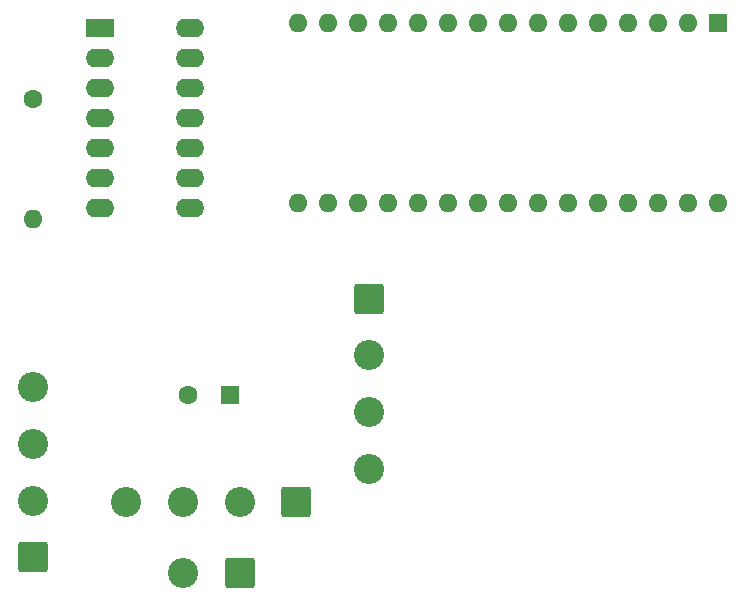
<source format=gbl>
G04 #@! TF.GenerationSoftware,KiCad,Pcbnew,8.0.8*
G04 #@! TF.CreationDate,2025-01-16T17:39:40+01:00*
G04 #@! TF.ProjectId,led_matrix,6c65645f-6d61-4747-9269-782e6b696361,rev?*
G04 #@! TF.SameCoordinates,Original*
G04 #@! TF.FileFunction,Copper,L2,Bot*
G04 #@! TF.FilePolarity,Positive*
%FSLAX46Y46*%
G04 Gerber Fmt 4.6, Leading zero omitted, Abs format (unit mm)*
G04 Created by KiCad (PCBNEW 8.0.8) date 2025-01-16 17:39:40*
%MOMM*%
%LPD*%
G01*
G04 APERTURE LIST*
G04 Aperture macros list*
%AMRoundRect*
0 Rectangle with rounded corners*
0 $1 Rounding radius*
0 $2 $3 $4 $5 $6 $7 $8 $9 X,Y pos of 4 corners*
0 Add a 4 corners polygon primitive as box body*
4,1,4,$2,$3,$4,$5,$6,$7,$8,$9,$2,$3,0*
0 Add four circle primitives for the rounded corners*
1,1,$1+$1,$2,$3*
1,1,$1+$1,$4,$5*
1,1,$1+$1,$6,$7*
1,1,$1+$1,$8,$9*
0 Add four rect primitives between the rounded corners*
20,1,$1+$1,$2,$3,$4,$5,0*
20,1,$1+$1,$4,$5,$6,$7,0*
20,1,$1+$1,$6,$7,$8,$9,0*
20,1,$1+$1,$8,$9,$2,$3,0*%
G04 Aperture macros list end*
G04 #@! TA.AperFunction,ComponentPad*
%ADD10O,2.400000X1.600000*%
G04 #@! TD*
G04 #@! TA.AperFunction,ComponentPad*
%ADD11R,2.400000X1.600000*%
G04 #@! TD*
G04 #@! TA.AperFunction,ComponentPad*
%ADD12RoundRect,0.249999X-1.025001X1.025001X-1.025001X-1.025001X1.025001X-1.025001X1.025001X1.025001X0*%
G04 #@! TD*
G04 #@! TA.AperFunction,ComponentPad*
%ADD13C,2.550000*%
G04 #@! TD*
G04 #@! TA.AperFunction,ComponentPad*
%ADD14RoundRect,0.249999X1.025001X1.025001X-1.025001X1.025001X-1.025001X-1.025001X1.025001X-1.025001X0*%
G04 #@! TD*
G04 #@! TA.AperFunction,ComponentPad*
%ADD15C,1.600000*%
G04 #@! TD*
G04 #@! TA.AperFunction,ComponentPad*
%ADD16O,1.600000X1.600000*%
G04 #@! TD*
G04 #@! TA.AperFunction,ComponentPad*
%ADD17RoundRect,0.249999X1.025001X-1.025001X1.025001X1.025001X-1.025001X1.025001X-1.025001X-1.025001X0*%
G04 #@! TD*
G04 #@! TA.AperFunction,ComponentPad*
%ADD18R,1.600000X1.600000*%
G04 #@! TD*
G04 APERTURE END LIST*
D10*
X129795000Y-81875000D03*
X129795000Y-84415000D03*
X129795000Y-86955000D03*
X129795000Y-89495000D03*
X129795000Y-92035000D03*
X129795000Y-94575000D03*
X129795000Y-97115000D03*
X122175000Y-97115000D03*
X122175000Y-94575000D03*
X122175000Y-92035000D03*
X122175000Y-89495000D03*
X122175000Y-86955000D03*
X122175000Y-84415000D03*
D11*
X122175000Y-81875000D03*
D12*
X145000000Y-104800000D03*
D13*
X145000000Y-109600000D03*
X145000000Y-114400000D03*
X145000000Y-119200000D03*
D14*
X138800000Y-122000000D03*
D13*
X134000000Y-122000000D03*
X129200000Y-122000000D03*
X124400000Y-122000000D03*
D15*
X116500000Y-87920000D03*
D16*
X116500000Y-98080000D03*
D14*
X134000000Y-128000000D03*
D13*
X129200000Y-128000000D03*
D17*
X116500000Y-126700000D03*
D13*
X116500000Y-121900000D03*
X116500000Y-117100000D03*
X116500000Y-112300000D03*
D18*
X133152651Y-113000000D03*
D15*
X129652651Y-113000000D03*
D18*
X174540000Y-81500000D03*
D16*
X172000000Y-81500000D03*
X169460000Y-81500000D03*
X166920000Y-81500000D03*
X164380000Y-81500000D03*
X161840000Y-81500000D03*
X159300000Y-81500000D03*
X156760000Y-81500000D03*
X154220000Y-81500000D03*
X151680000Y-81500000D03*
X149140000Y-81500000D03*
X146600000Y-81500000D03*
X144060000Y-81500000D03*
X141520000Y-81500000D03*
X138980000Y-81500000D03*
X138980000Y-96740000D03*
X141520000Y-96740000D03*
X144060000Y-96740000D03*
X146600000Y-96740000D03*
X149140000Y-96740000D03*
X151680000Y-96740000D03*
X154220000Y-96740000D03*
X156760000Y-96740000D03*
X159300000Y-96740000D03*
X161840000Y-96740000D03*
X164380000Y-96740000D03*
X166920000Y-96740000D03*
X169460000Y-96740000D03*
X172000000Y-96740000D03*
X174540000Y-96740000D03*
M02*

</source>
